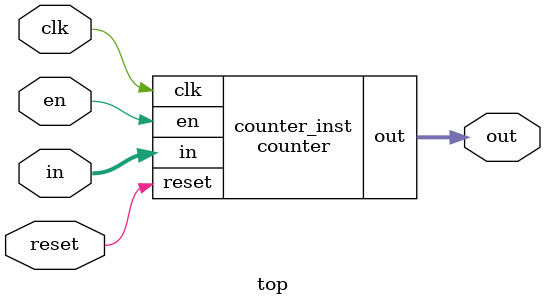
<source format=v>

module counter(clk, reset, en, in, out);
  input clk, reset, en;
  input [3:0] in;
  output [3:0] out;
  wire clk, reset, en;
  wire [3:0] in;
  wire [3:0] out;
  wire UNCONNECTED, UNCONNECTED0, UNCONNECTED1, UNCONNECTED2, n_0, n_1,
       n_2, n_3;
  wire n_4, n_5, n_6;

  SDFFRX1 \count_reg[3]  (.RN (n_0), .CK (clk), .D (n_6), .SI (in[3]),
                          .SE (en), .Q (out[3]), .QN (UNCONNECTED));
  SDFFRX1 \count_reg[2]  (.RN (n_0), .CK (clk), .D (n_5), .SI (in[2]),
                          .SE (en), .Q (out[2]), .QN (UNCONNECTED0));
  OAI2BB2XL g372_2398 (.A0N (out[3]), .A1N (n_4), .B0 (n_4), .B1 (out[3]), .Y (n_6));
  SDFFRX1 \count_reg[1]  (.RN (n_0), .CK (clk), .D (n_3), .SI (in[1]),
                          .SE (en), .Q (out[1]), .QN (UNCONNECTED1));
  AOI21XL g374_5107 (.A0 (in[1]), .A1 (out[2]), .B0 (n_4), .Y (n_5));
  NAND2XL g375_6260 (.A (n_1), .B (out[1]), .Y (n_4));
  SDFFRX1 \count_reg[0]  (.RN (n_0), .CK (clk), .D (n_2), .SI (in[0]),
                          .SE (en), .Q (out[0]), .QN (UNCONNECTED2));
  AOI2BB1XL g377_4319 (.A0N (out[1]), .A1N (n_3), .B0 (n_1), .Y (n_2));
  OAI2BB2XL g378_8428 (.A0N (in[0]), .A1N (en), .B0 (out[0]), .B1 (en), .Y (n_3));
  AND2XL g379_5526 (.A (out[1]), .B (out[0]), .Y (n_1));
  CLKINVX1 g380 (.A (reset), .Y (n_0));
endmodule

module top(clk, reset, en, in, out);
  input clk, reset, en;
  input [3:0] in;
  output [3:0] out;
  wire clk, reset, en;
  wire [3:0] in; 
  wire [3:0] out;
  counter counter_inst(.clk (clk), .reset (reset), .en (en), .in (in), .out (out));
endmodule

</source>
